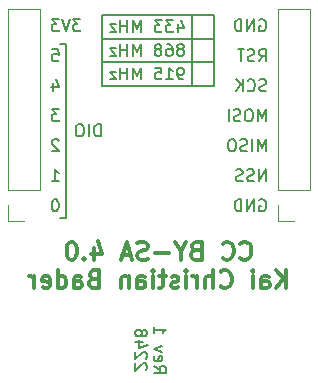
<source format=gbo>
G04 #@! TF.GenerationSoftware,KiCad,Pcbnew,6.0.7+dfsg-1build1*
G04 #@! TF.CreationDate,2022-12-04T12:15:17+01:00*
G04 #@! TF.ProjectId,rfm69w,72666d36-3977-42e6-9b69-6361645f7063,1*
G04 #@! TF.SameCoordinates,Original*
G04 #@! TF.FileFunction,Legend,Bot*
G04 #@! TF.FilePolarity,Positive*
%FSLAX46Y46*%
G04 Gerber Fmt 4.6, Leading zero omitted, Abs format (unit mm)*
G04 Created by KiCad (PCBNEW 6.0.7+dfsg-1build1) date 2022-12-04 12:15:17*
%MOMM*%
%LPD*%
G01*
G04 APERTURE LIST*
%ADD10C,0.200000*%
%ADD11C,0.150000*%
%ADD12C,0.300000*%
%ADD13C,0.120000*%
%ADD14R,1.350000X4.200000*%
%ADD15R,1.700000X1.700000*%
%ADD16O,1.700000X1.700000*%
G04 APERTURE END LIST*
D10*
X96174000Y-52115000D02*
X105699000Y-52115000D01*
X96174000Y-50115000D02*
X105699000Y-50115000D01*
X105699000Y-52115000D02*
X105699000Y-46115000D01*
X103794000Y-52115000D02*
X103794000Y-46115000D01*
X96174000Y-46115000D02*
X96174000Y-52115000D01*
D11*
X93126000Y-48559000D02*
X92618000Y-48559000D01*
X93126000Y-48559000D02*
X93126000Y-63291000D01*
X93126000Y-63291000D02*
X92618000Y-63291000D01*
D10*
X105699000Y-46115000D02*
X96174000Y-46115000D01*
X96174000Y-48115000D02*
X105699000Y-48115000D01*
X110029904Y-57647380D02*
X110029904Y-56647380D01*
X109696571Y-57361666D01*
X109363238Y-56647380D01*
X109363238Y-57647380D01*
X108887047Y-57647380D02*
X108887047Y-56647380D01*
X108458476Y-57599761D02*
X108315619Y-57647380D01*
X108077523Y-57647380D01*
X107982285Y-57599761D01*
X107934666Y-57552142D01*
X107887047Y-57456904D01*
X107887047Y-57361666D01*
X107934666Y-57266428D01*
X107982285Y-57218809D01*
X108077523Y-57171190D01*
X108268000Y-57123571D01*
X108363238Y-57075952D01*
X108410857Y-57028333D01*
X108458476Y-56933095D01*
X108458476Y-56837857D01*
X108410857Y-56742619D01*
X108363238Y-56695000D01*
X108268000Y-56647380D01*
X108029904Y-56647380D01*
X107887047Y-56695000D01*
X107268000Y-56647380D02*
X107077523Y-56647380D01*
X106982285Y-56695000D01*
X106887047Y-56790238D01*
X106839428Y-56980714D01*
X106839428Y-57314047D01*
X106887047Y-57504523D01*
X106982285Y-57599761D01*
X107077523Y-57647380D01*
X107268000Y-57647380D01*
X107363238Y-57599761D01*
X107458476Y-57504523D01*
X107506095Y-57314047D01*
X107506095Y-56980714D01*
X107458476Y-56790238D01*
X107363238Y-56695000D01*
X107268000Y-56647380D01*
D12*
X107892857Y-66683214D02*
X107964285Y-66754642D01*
X108178571Y-66826071D01*
X108321428Y-66826071D01*
X108535714Y-66754642D01*
X108678571Y-66611785D01*
X108750000Y-66468928D01*
X108821428Y-66183214D01*
X108821428Y-65968928D01*
X108750000Y-65683214D01*
X108678571Y-65540357D01*
X108535714Y-65397500D01*
X108321428Y-65326071D01*
X108178571Y-65326071D01*
X107964285Y-65397500D01*
X107892857Y-65468928D01*
X106392857Y-66683214D02*
X106464285Y-66754642D01*
X106678571Y-66826071D01*
X106821428Y-66826071D01*
X107035714Y-66754642D01*
X107178571Y-66611785D01*
X107250000Y-66468928D01*
X107321428Y-66183214D01*
X107321428Y-65968928D01*
X107250000Y-65683214D01*
X107178571Y-65540357D01*
X107035714Y-65397500D01*
X106821428Y-65326071D01*
X106678571Y-65326071D01*
X106464285Y-65397500D01*
X106392857Y-65468928D01*
X104107142Y-66040357D02*
X103892857Y-66111785D01*
X103821428Y-66183214D01*
X103750000Y-66326071D01*
X103750000Y-66540357D01*
X103821428Y-66683214D01*
X103892857Y-66754642D01*
X104035714Y-66826071D01*
X104607142Y-66826071D01*
X104607142Y-65326071D01*
X104107142Y-65326071D01*
X103964285Y-65397500D01*
X103892857Y-65468928D01*
X103821428Y-65611785D01*
X103821428Y-65754642D01*
X103892857Y-65897500D01*
X103964285Y-65968928D01*
X104107142Y-66040357D01*
X104607142Y-66040357D01*
X102821428Y-66111785D02*
X102821428Y-66826071D01*
X103321428Y-65326071D02*
X102821428Y-66111785D01*
X102321428Y-65326071D01*
X101821428Y-66254642D02*
X100678571Y-66254642D01*
X100035714Y-66754642D02*
X99821428Y-66826071D01*
X99464285Y-66826071D01*
X99321428Y-66754642D01*
X99250000Y-66683214D01*
X99178571Y-66540357D01*
X99178571Y-66397500D01*
X99250000Y-66254642D01*
X99321428Y-66183214D01*
X99464285Y-66111785D01*
X99750000Y-66040357D01*
X99892857Y-65968928D01*
X99964285Y-65897500D01*
X100035714Y-65754642D01*
X100035714Y-65611785D01*
X99964285Y-65468928D01*
X99892857Y-65397500D01*
X99750000Y-65326071D01*
X99392857Y-65326071D01*
X99178571Y-65397500D01*
X98607142Y-66397500D02*
X97892857Y-66397500D01*
X98750000Y-66826071D02*
X98250000Y-65326071D01*
X97750000Y-66826071D01*
X95464285Y-65826071D02*
X95464285Y-66826071D01*
X95821428Y-65254642D02*
X96178571Y-66326071D01*
X95250000Y-66326071D01*
X94678571Y-66683214D02*
X94607142Y-66754642D01*
X94678571Y-66826071D01*
X94750000Y-66754642D01*
X94678571Y-66683214D01*
X94678571Y-66826071D01*
X93678571Y-65326071D02*
X93535714Y-65326071D01*
X93392857Y-65397500D01*
X93321428Y-65468928D01*
X93250000Y-65611785D01*
X93178571Y-65897500D01*
X93178571Y-66254642D01*
X93250000Y-66540357D01*
X93321428Y-66683214D01*
X93392857Y-66754642D01*
X93535714Y-66826071D01*
X93678571Y-66826071D01*
X93821428Y-66754642D01*
X93892857Y-66683214D01*
X93964285Y-66540357D01*
X94035714Y-66254642D01*
X94035714Y-65897500D01*
X93964285Y-65611785D01*
X93892857Y-65468928D01*
X93821428Y-65397500D01*
X93678571Y-65326071D01*
X111785714Y-69241071D02*
X111785714Y-67741071D01*
X110928571Y-69241071D02*
X111571428Y-68383928D01*
X110928571Y-67741071D02*
X111785714Y-68598214D01*
X109642857Y-69241071D02*
X109642857Y-68455357D01*
X109714285Y-68312500D01*
X109857142Y-68241071D01*
X110142857Y-68241071D01*
X110285714Y-68312500D01*
X109642857Y-69169642D02*
X109785714Y-69241071D01*
X110142857Y-69241071D01*
X110285714Y-69169642D01*
X110357142Y-69026785D01*
X110357142Y-68883928D01*
X110285714Y-68741071D01*
X110142857Y-68669642D01*
X109785714Y-68669642D01*
X109642857Y-68598214D01*
X108928571Y-69241071D02*
X108928571Y-68241071D01*
X108928571Y-67741071D02*
X109000000Y-67812500D01*
X108928571Y-67883928D01*
X108857142Y-67812500D01*
X108928571Y-67741071D01*
X108928571Y-67883928D01*
X106214285Y-69098214D02*
X106285714Y-69169642D01*
X106500000Y-69241071D01*
X106642857Y-69241071D01*
X106857142Y-69169642D01*
X107000000Y-69026785D01*
X107071428Y-68883928D01*
X107142857Y-68598214D01*
X107142857Y-68383928D01*
X107071428Y-68098214D01*
X107000000Y-67955357D01*
X106857142Y-67812500D01*
X106642857Y-67741071D01*
X106500000Y-67741071D01*
X106285714Y-67812500D01*
X106214285Y-67883928D01*
X105571428Y-69241071D02*
X105571428Y-67741071D01*
X104928571Y-69241071D02*
X104928571Y-68455357D01*
X105000000Y-68312500D01*
X105142857Y-68241071D01*
X105357142Y-68241071D01*
X105500000Y-68312500D01*
X105571428Y-68383928D01*
X104214285Y-69241071D02*
X104214285Y-68241071D01*
X104214285Y-68526785D02*
X104142857Y-68383928D01*
X104071428Y-68312500D01*
X103928571Y-68241071D01*
X103785714Y-68241071D01*
X103285714Y-69241071D02*
X103285714Y-68241071D01*
X103285714Y-67741071D02*
X103357142Y-67812500D01*
X103285714Y-67883928D01*
X103214285Y-67812500D01*
X103285714Y-67741071D01*
X103285714Y-67883928D01*
X102642857Y-69169642D02*
X102500000Y-69241071D01*
X102214285Y-69241071D01*
X102071428Y-69169642D01*
X102000000Y-69026785D01*
X102000000Y-68955357D01*
X102071428Y-68812500D01*
X102214285Y-68741071D01*
X102428571Y-68741071D01*
X102571428Y-68669642D01*
X102642857Y-68526785D01*
X102642857Y-68455357D01*
X102571428Y-68312500D01*
X102428571Y-68241071D01*
X102214285Y-68241071D01*
X102071428Y-68312500D01*
X101571428Y-68241071D02*
X101000000Y-68241071D01*
X101357142Y-67741071D02*
X101357142Y-69026785D01*
X101285714Y-69169642D01*
X101142857Y-69241071D01*
X101000000Y-69241071D01*
X100500000Y-69241071D02*
X100500000Y-68241071D01*
X100500000Y-67741071D02*
X100571428Y-67812500D01*
X100500000Y-67883928D01*
X100428571Y-67812500D01*
X100500000Y-67741071D01*
X100500000Y-67883928D01*
X99142857Y-69241071D02*
X99142857Y-68455357D01*
X99214285Y-68312500D01*
X99357142Y-68241071D01*
X99642857Y-68241071D01*
X99785714Y-68312500D01*
X99142857Y-69169642D02*
X99285714Y-69241071D01*
X99642857Y-69241071D01*
X99785714Y-69169642D01*
X99857142Y-69026785D01*
X99857142Y-68883928D01*
X99785714Y-68741071D01*
X99642857Y-68669642D01*
X99285714Y-68669642D01*
X99142857Y-68598214D01*
X98428571Y-68241071D02*
X98428571Y-69241071D01*
X98428571Y-68383928D02*
X98357142Y-68312500D01*
X98214285Y-68241071D01*
X98000000Y-68241071D01*
X97857142Y-68312500D01*
X97785714Y-68455357D01*
X97785714Y-69241071D01*
X95428571Y-68455357D02*
X95214285Y-68526785D01*
X95142857Y-68598214D01*
X95071428Y-68741071D01*
X95071428Y-68955357D01*
X95142857Y-69098214D01*
X95214285Y-69169642D01*
X95357142Y-69241071D01*
X95928571Y-69241071D01*
X95928571Y-67741071D01*
X95428571Y-67741071D01*
X95285714Y-67812500D01*
X95214285Y-67883928D01*
X95142857Y-68026785D01*
X95142857Y-68169642D01*
X95214285Y-68312500D01*
X95285714Y-68383928D01*
X95428571Y-68455357D01*
X95928571Y-68455357D01*
X93785714Y-69241071D02*
X93785714Y-68455357D01*
X93857142Y-68312500D01*
X94000000Y-68241071D01*
X94285714Y-68241071D01*
X94428571Y-68312500D01*
X93785714Y-69169642D02*
X93928571Y-69241071D01*
X94285714Y-69241071D01*
X94428571Y-69169642D01*
X94500000Y-69026785D01*
X94500000Y-68883928D01*
X94428571Y-68741071D01*
X94285714Y-68669642D01*
X93928571Y-68669642D01*
X93785714Y-68598214D01*
X92428571Y-69241071D02*
X92428571Y-67741071D01*
X92428571Y-69169642D02*
X92571428Y-69241071D01*
X92857142Y-69241071D01*
X93000000Y-69169642D01*
X93071428Y-69098214D01*
X93142857Y-68955357D01*
X93142857Y-68526785D01*
X93071428Y-68383928D01*
X93000000Y-68312500D01*
X92857142Y-68241071D01*
X92571428Y-68241071D01*
X92428571Y-68312500D01*
X91142857Y-69169642D02*
X91285714Y-69241071D01*
X91571428Y-69241071D01*
X91714285Y-69169642D01*
X91785714Y-69026785D01*
X91785714Y-68455357D01*
X91714285Y-68312500D01*
X91571428Y-68241071D01*
X91285714Y-68241071D01*
X91142857Y-68312500D01*
X91071428Y-68455357D01*
X91071428Y-68598214D01*
X91785714Y-68741071D01*
X90428571Y-69241071D02*
X90428571Y-68241071D01*
X90428571Y-68526785D02*
X90357142Y-68383928D01*
X90285714Y-68312500D01*
X90142857Y-68241071D01*
X90000000Y-68241071D01*
D10*
X100590619Y-75824142D02*
X101066809Y-76157476D01*
X100590619Y-76395571D02*
X101590619Y-76395571D01*
X101590619Y-76014619D01*
X101543000Y-75919380D01*
X101495380Y-75871761D01*
X101400142Y-75824142D01*
X101257285Y-75824142D01*
X101162047Y-75871761D01*
X101114428Y-75919380D01*
X101066809Y-76014619D01*
X101066809Y-76395571D01*
X100638238Y-75014619D02*
X100590619Y-75109857D01*
X100590619Y-75300333D01*
X100638238Y-75395571D01*
X100733476Y-75443190D01*
X101114428Y-75443190D01*
X101209666Y-75395571D01*
X101257285Y-75300333D01*
X101257285Y-75109857D01*
X101209666Y-75014619D01*
X101114428Y-74967000D01*
X101019190Y-74967000D01*
X100923952Y-75443190D01*
X101257285Y-74633666D02*
X100590619Y-74395571D01*
X101257285Y-74157476D01*
X100590619Y-72490809D02*
X100590619Y-73062238D01*
X100590619Y-72776523D02*
X101590619Y-72776523D01*
X101447761Y-72871761D01*
X101352523Y-72967000D01*
X101304904Y-73062238D01*
X99885380Y-76181285D02*
X99933000Y-76133666D01*
X99980619Y-76038428D01*
X99980619Y-75800333D01*
X99933000Y-75705095D01*
X99885380Y-75657476D01*
X99790142Y-75609857D01*
X99694904Y-75609857D01*
X99552047Y-75657476D01*
X98980619Y-76228904D01*
X98980619Y-75609857D01*
X99885380Y-75228904D02*
X99933000Y-75181285D01*
X99980619Y-75086047D01*
X99980619Y-74847952D01*
X99933000Y-74752714D01*
X99885380Y-74705095D01*
X99790142Y-74657476D01*
X99694904Y-74657476D01*
X99552047Y-74705095D01*
X98980619Y-75276523D01*
X98980619Y-74657476D01*
X99647285Y-73800333D02*
X98980619Y-73800333D01*
X100028238Y-74038428D02*
X99313952Y-74276523D01*
X99313952Y-73657476D01*
X99552047Y-73133666D02*
X99599666Y-73228904D01*
X99647285Y-73276523D01*
X99742523Y-73324142D01*
X99790142Y-73324142D01*
X99885380Y-73276523D01*
X99933000Y-73228904D01*
X99980619Y-73133666D01*
X99980619Y-72943190D01*
X99933000Y-72847952D01*
X99885380Y-72800333D01*
X99790142Y-72752714D01*
X99742523Y-72752714D01*
X99647285Y-72800333D01*
X99599666Y-72847952D01*
X99552047Y-72943190D01*
X99552047Y-73133666D01*
X99504428Y-73228904D01*
X99456809Y-73276523D01*
X99361571Y-73324142D01*
X99171095Y-73324142D01*
X99075857Y-73276523D01*
X99028238Y-73228904D01*
X98980619Y-73133666D01*
X98980619Y-72943190D01*
X99028238Y-72847952D01*
X99075857Y-72800333D01*
X99171095Y-72752714D01*
X99361571Y-72752714D01*
X99456809Y-72800333D01*
X99504428Y-72847952D01*
X99552047Y-72943190D01*
X109458476Y-50027380D02*
X109791809Y-49551190D01*
X110029904Y-50027380D02*
X110029904Y-49027380D01*
X109648952Y-49027380D01*
X109553714Y-49075000D01*
X109506095Y-49122619D01*
X109458476Y-49217857D01*
X109458476Y-49360714D01*
X109506095Y-49455952D01*
X109553714Y-49503571D01*
X109648952Y-49551190D01*
X110029904Y-49551190D01*
X109077523Y-49979761D02*
X108934666Y-50027380D01*
X108696571Y-50027380D01*
X108601333Y-49979761D01*
X108553714Y-49932142D01*
X108506095Y-49836904D01*
X108506095Y-49741666D01*
X108553714Y-49646428D01*
X108601333Y-49598809D01*
X108696571Y-49551190D01*
X108887047Y-49503571D01*
X108982285Y-49455952D01*
X109029904Y-49408333D01*
X109077523Y-49313095D01*
X109077523Y-49217857D01*
X109029904Y-49122619D01*
X108982285Y-49075000D01*
X108887047Y-49027380D01*
X108648952Y-49027380D01*
X108506095Y-49075000D01*
X108220380Y-49027380D02*
X107648952Y-49027380D01*
X107934666Y-50027380D02*
X107934666Y-49027380D01*
X110029904Y-60187380D02*
X110029904Y-59187380D01*
X109458476Y-60187380D01*
X109458476Y-59187380D01*
X109029904Y-60139761D02*
X108887047Y-60187380D01*
X108648952Y-60187380D01*
X108553714Y-60139761D01*
X108506095Y-60092142D01*
X108458476Y-59996904D01*
X108458476Y-59901666D01*
X108506095Y-59806428D01*
X108553714Y-59758809D01*
X108648952Y-59711190D01*
X108839428Y-59663571D01*
X108934666Y-59615952D01*
X108982285Y-59568333D01*
X109029904Y-59473095D01*
X109029904Y-59377857D01*
X108982285Y-59282619D01*
X108934666Y-59235000D01*
X108839428Y-59187380D01*
X108601333Y-59187380D01*
X108458476Y-59235000D01*
X108077523Y-60139761D02*
X107934666Y-60187380D01*
X107696571Y-60187380D01*
X107601333Y-60139761D01*
X107553714Y-60092142D01*
X107506095Y-59996904D01*
X107506095Y-59901666D01*
X107553714Y-59806428D01*
X107601333Y-59758809D01*
X107696571Y-59711190D01*
X107887047Y-59663571D01*
X107982285Y-59615952D01*
X108029904Y-59568333D01*
X108077523Y-59473095D01*
X108077523Y-59377857D01*
X108029904Y-59282619D01*
X107982285Y-59235000D01*
X107887047Y-59187380D01*
X107648952Y-59187380D01*
X107506095Y-59235000D01*
X92493904Y-56742619D02*
X92446285Y-56695000D01*
X92351047Y-56647380D01*
X92112952Y-56647380D01*
X92017714Y-56695000D01*
X91970095Y-56742619D01*
X91922476Y-56837857D01*
X91922476Y-56933095D01*
X91970095Y-57075952D01*
X92541523Y-57647380D01*
X91922476Y-57647380D01*
X92541523Y-54107380D02*
X91922476Y-54107380D01*
X92255809Y-54488333D01*
X92112952Y-54488333D01*
X92017714Y-54535952D01*
X91970095Y-54583571D01*
X91922476Y-54678809D01*
X91922476Y-54916904D01*
X91970095Y-55012142D01*
X92017714Y-55059761D01*
X92112952Y-55107380D01*
X92398666Y-55107380D01*
X92493904Y-55059761D01*
X92541523Y-55012142D01*
X94351047Y-46487380D02*
X93732000Y-46487380D01*
X94065333Y-46868333D01*
X93922476Y-46868333D01*
X93827238Y-46915952D01*
X93779619Y-46963571D01*
X93732000Y-47058809D01*
X93732000Y-47296904D01*
X93779619Y-47392142D01*
X93827238Y-47439761D01*
X93922476Y-47487380D01*
X94208190Y-47487380D01*
X94303428Y-47439761D01*
X94351047Y-47392142D01*
X93446285Y-46487380D02*
X93112952Y-47487380D01*
X92779619Y-46487380D01*
X92541523Y-46487380D02*
X91922476Y-46487380D01*
X92255809Y-46868333D01*
X92112952Y-46868333D01*
X92017714Y-46915952D01*
X91970095Y-46963571D01*
X91922476Y-47058809D01*
X91922476Y-47296904D01*
X91970095Y-47392142D01*
X92017714Y-47439761D01*
X92112952Y-47487380D01*
X92398666Y-47487380D01*
X92493904Y-47439761D01*
X92541523Y-47392142D01*
X96049714Y-56377380D02*
X96049714Y-55377380D01*
X95811619Y-55377380D01*
X95668761Y-55425000D01*
X95573523Y-55520238D01*
X95525904Y-55615476D01*
X95478285Y-55805952D01*
X95478285Y-55948809D01*
X95525904Y-56139285D01*
X95573523Y-56234523D01*
X95668761Y-56329761D01*
X95811619Y-56377380D01*
X96049714Y-56377380D01*
X95049714Y-56377380D02*
X95049714Y-55377380D01*
X94383047Y-55377380D02*
X94192571Y-55377380D01*
X94097333Y-55425000D01*
X94002095Y-55520238D01*
X93954476Y-55710714D01*
X93954476Y-56044047D01*
X94002095Y-56234523D01*
X94097333Y-56329761D01*
X94192571Y-56377380D01*
X94383047Y-56377380D01*
X94478285Y-56329761D01*
X94573523Y-56234523D01*
X94621142Y-56044047D01*
X94621142Y-55710714D01*
X94573523Y-55520238D01*
X94478285Y-55425000D01*
X94383047Y-55377380D01*
X91922476Y-60187380D02*
X92493904Y-60187380D01*
X92208190Y-60187380D02*
X92208190Y-59187380D01*
X92303428Y-59330238D01*
X92398666Y-59425476D01*
X92493904Y-59473095D01*
X102626857Y-46900714D02*
X102626857Y-47567380D01*
X102864952Y-46519761D02*
X103103047Y-47234047D01*
X102484000Y-47234047D01*
X102198285Y-46567380D02*
X101579238Y-46567380D01*
X101912571Y-46948333D01*
X101769714Y-46948333D01*
X101674476Y-46995952D01*
X101626857Y-47043571D01*
X101579238Y-47138809D01*
X101579238Y-47376904D01*
X101626857Y-47472142D01*
X101674476Y-47519761D01*
X101769714Y-47567380D01*
X102055428Y-47567380D01*
X102150666Y-47519761D01*
X102198285Y-47472142D01*
X101245904Y-46567380D02*
X100626857Y-46567380D01*
X100960190Y-46948333D01*
X100817333Y-46948333D01*
X100722095Y-46995952D01*
X100674476Y-47043571D01*
X100626857Y-47138809D01*
X100626857Y-47376904D01*
X100674476Y-47472142D01*
X100722095Y-47519761D01*
X100817333Y-47567380D01*
X101103047Y-47567380D01*
X101198285Y-47519761D01*
X101245904Y-47472142D01*
X99436380Y-47567380D02*
X99436380Y-46567380D01*
X99103047Y-47281666D01*
X98769714Y-46567380D01*
X98769714Y-47567380D01*
X98293523Y-47567380D02*
X98293523Y-46567380D01*
X98293523Y-47043571D02*
X97722095Y-47043571D01*
X97722095Y-47567380D02*
X97722095Y-46567380D01*
X97341142Y-46900714D02*
X96817333Y-46900714D01*
X97341142Y-47567380D01*
X96817333Y-47567380D01*
X91970095Y-49027380D02*
X92446285Y-49027380D01*
X92493904Y-49503571D01*
X92446285Y-49455952D01*
X92351047Y-49408333D01*
X92112952Y-49408333D01*
X92017714Y-49455952D01*
X91970095Y-49503571D01*
X91922476Y-49598809D01*
X91922476Y-49836904D01*
X91970095Y-49932142D01*
X92017714Y-49979761D01*
X92112952Y-50027380D01*
X92351047Y-50027380D01*
X92446285Y-49979761D01*
X92493904Y-49932142D01*
X92255809Y-61727380D02*
X92160571Y-61727380D01*
X92065333Y-61775000D01*
X92017714Y-61822619D01*
X91970095Y-61917857D01*
X91922476Y-62108333D01*
X91922476Y-62346428D01*
X91970095Y-62536904D01*
X92017714Y-62632142D01*
X92065333Y-62679761D01*
X92160571Y-62727380D01*
X92255809Y-62727380D01*
X92351047Y-62679761D01*
X92398666Y-62632142D01*
X92446285Y-62536904D01*
X92493904Y-62346428D01*
X92493904Y-62108333D01*
X92446285Y-61917857D01*
X92398666Y-61822619D01*
X92351047Y-61775000D01*
X92255809Y-61727380D01*
X110029904Y-55107380D02*
X110029904Y-54107380D01*
X109696571Y-54821666D01*
X109363238Y-54107380D01*
X109363238Y-55107380D01*
X108696571Y-54107380D02*
X108506095Y-54107380D01*
X108410857Y-54155000D01*
X108315619Y-54250238D01*
X108268000Y-54440714D01*
X108268000Y-54774047D01*
X108315619Y-54964523D01*
X108410857Y-55059761D01*
X108506095Y-55107380D01*
X108696571Y-55107380D01*
X108791809Y-55059761D01*
X108887047Y-54964523D01*
X108934666Y-54774047D01*
X108934666Y-54440714D01*
X108887047Y-54250238D01*
X108791809Y-54155000D01*
X108696571Y-54107380D01*
X107887047Y-55059761D02*
X107744190Y-55107380D01*
X107506095Y-55107380D01*
X107410857Y-55059761D01*
X107363238Y-55012142D01*
X107315619Y-54916904D01*
X107315619Y-54821666D01*
X107363238Y-54726428D01*
X107410857Y-54678809D01*
X107506095Y-54631190D01*
X107696571Y-54583571D01*
X107791809Y-54535952D01*
X107839428Y-54488333D01*
X107887047Y-54393095D01*
X107887047Y-54297857D01*
X107839428Y-54202619D01*
X107791809Y-54155000D01*
X107696571Y-54107380D01*
X107458476Y-54107380D01*
X107315619Y-54155000D01*
X106887047Y-55107380D02*
X106887047Y-54107380D01*
X110077523Y-52519761D02*
X109934666Y-52567380D01*
X109696571Y-52567380D01*
X109601333Y-52519761D01*
X109553714Y-52472142D01*
X109506095Y-52376904D01*
X109506095Y-52281666D01*
X109553714Y-52186428D01*
X109601333Y-52138809D01*
X109696571Y-52091190D01*
X109887047Y-52043571D01*
X109982285Y-51995952D01*
X110029904Y-51948333D01*
X110077523Y-51853095D01*
X110077523Y-51757857D01*
X110029904Y-51662619D01*
X109982285Y-51615000D01*
X109887047Y-51567380D01*
X109648952Y-51567380D01*
X109506095Y-51615000D01*
X108506095Y-52472142D02*
X108553714Y-52519761D01*
X108696571Y-52567380D01*
X108791809Y-52567380D01*
X108934666Y-52519761D01*
X109029904Y-52424523D01*
X109077523Y-52329285D01*
X109125142Y-52138809D01*
X109125142Y-51995952D01*
X109077523Y-51805476D01*
X109029904Y-51710238D01*
X108934666Y-51615000D01*
X108791809Y-51567380D01*
X108696571Y-51567380D01*
X108553714Y-51615000D01*
X108506095Y-51662619D01*
X108077523Y-52567380D02*
X108077523Y-51567380D01*
X107506095Y-52567380D02*
X107934666Y-51995952D01*
X107506095Y-51567380D02*
X108077523Y-52138809D01*
X92017714Y-51900714D02*
X92017714Y-52567380D01*
X92255809Y-51519761D02*
X92493904Y-52234047D01*
X91874857Y-52234047D01*
X109506095Y-61775000D02*
X109601333Y-61727380D01*
X109744190Y-61727380D01*
X109887047Y-61775000D01*
X109982285Y-61870238D01*
X110029904Y-61965476D01*
X110077523Y-62155952D01*
X110077523Y-62298809D01*
X110029904Y-62489285D01*
X109982285Y-62584523D01*
X109887047Y-62679761D01*
X109744190Y-62727380D01*
X109648952Y-62727380D01*
X109506095Y-62679761D01*
X109458476Y-62632142D01*
X109458476Y-62298809D01*
X109648952Y-62298809D01*
X109029904Y-62727380D02*
X109029904Y-61727380D01*
X108458476Y-62727380D01*
X108458476Y-61727380D01*
X107982285Y-62727380D02*
X107982285Y-61727380D01*
X107744190Y-61727380D01*
X107601333Y-61775000D01*
X107506095Y-61870238D01*
X107458476Y-61965476D01*
X107410857Y-62155952D01*
X107410857Y-62298809D01*
X107458476Y-62489285D01*
X107506095Y-62584523D01*
X107601333Y-62679761D01*
X107744190Y-62727380D01*
X107982285Y-62727380D01*
X109506095Y-46535000D02*
X109601333Y-46487380D01*
X109744190Y-46487380D01*
X109887047Y-46535000D01*
X109982285Y-46630238D01*
X110029904Y-46725476D01*
X110077523Y-46915952D01*
X110077523Y-47058809D01*
X110029904Y-47249285D01*
X109982285Y-47344523D01*
X109887047Y-47439761D01*
X109744190Y-47487380D01*
X109648952Y-47487380D01*
X109506095Y-47439761D01*
X109458476Y-47392142D01*
X109458476Y-47058809D01*
X109648952Y-47058809D01*
X109029904Y-47487380D02*
X109029904Y-46487380D01*
X108458476Y-47487380D01*
X108458476Y-46487380D01*
X107982285Y-47487380D02*
X107982285Y-46487380D01*
X107744190Y-46487380D01*
X107601333Y-46535000D01*
X107506095Y-46630238D01*
X107458476Y-46725476D01*
X107410857Y-46915952D01*
X107410857Y-47058809D01*
X107458476Y-47249285D01*
X107506095Y-47344523D01*
X107601333Y-47439761D01*
X107744190Y-47487380D01*
X107982285Y-47487380D01*
X103007809Y-51567380D02*
X102817333Y-51567380D01*
X102722095Y-51519761D01*
X102674476Y-51472142D01*
X102579238Y-51329285D01*
X102531619Y-51138809D01*
X102531619Y-50757857D01*
X102579238Y-50662619D01*
X102626857Y-50615000D01*
X102722095Y-50567380D01*
X102912571Y-50567380D01*
X103007809Y-50615000D01*
X103055428Y-50662619D01*
X103103047Y-50757857D01*
X103103047Y-50995952D01*
X103055428Y-51091190D01*
X103007809Y-51138809D01*
X102912571Y-51186428D01*
X102722095Y-51186428D01*
X102626857Y-51138809D01*
X102579238Y-51091190D01*
X102531619Y-50995952D01*
X101579238Y-51567380D02*
X102150666Y-51567380D01*
X101864952Y-51567380D02*
X101864952Y-50567380D01*
X101960190Y-50710238D01*
X102055428Y-50805476D01*
X102150666Y-50853095D01*
X100674476Y-50567380D02*
X101150666Y-50567380D01*
X101198285Y-51043571D01*
X101150666Y-50995952D01*
X101055428Y-50948333D01*
X100817333Y-50948333D01*
X100722095Y-50995952D01*
X100674476Y-51043571D01*
X100626857Y-51138809D01*
X100626857Y-51376904D01*
X100674476Y-51472142D01*
X100722095Y-51519761D01*
X100817333Y-51567380D01*
X101055428Y-51567380D01*
X101150666Y-51519761D01*
X101198285Y-51472142D01*
X99436380Y-51567380D02*
X99436380Y-50567380D01*
X99103047Y-51281666D01*
X98769714Y-50567380D01*
X98769714Y-51567380D01*
X98293523Y-51567380D02*
X98293523Y-50567380D01*
X98293523Y-51043571D02*
X97722095Y-51043571D01*
X97722095Y-51567380D02*
X97722095Y-50567380D01*
X97341142Y-50900714D02*
X96817333Y-50900714D01*
X97341142Y-51567380D01*
X96817333Y-51567380D01*
X102912571Y-48995952D02*
X103007809Y-48948333D01*
X103055428Y-48900714D01*
X103103047Y-48805476D01*
X103103047Y-48757857D01*
X103055428Y-48662619D01*
X103007809Y-48615000D01*
X102912571Y-48567380D01*
X102722095Y-48567380D01*
X102626857Y-48615000D01*
X102579238Y-48662619D01*
X102531619Y-48757857D01*
X102531619Y-48805476D01*
X102579238Y-48900714D01*
X102626857Y-48948333D01*
X102722095Y-48995952D01*
X102912571Y-48995952D01*
X103007809Y-49043571D01*
X103055428Y-49091190D01*
X103103047Y-49186428D01*
X103103047Y-49376904D01*
X103055428Y-49472142D01*
X103007809Y-49519761D01*
X102912571Y-49567380D01*
X102722095Y-49567380D01*
X102626857Y-49519761D01*
X102579238Y-49472142D01*
X102531619Y-49376904D01*
X102531619Y-49186428D01*
X102579238Y-49091190D01*
X102626857Y-49043571D01*
X102722095Y-48995952D01*
X101674476Y-48567380D02*
X101864952Y-48567380D01*
X101960190Y-48615000D01*
X102007809Y-48662619D01*
X102103047Y-48805476D01*
X102150666Y-48995952D01*
X102150666Y-49376904D01*
X102103047Y-49472142D01*
X102055428Y-49519761D01*
X101960190Y-49567380D01*
X101769714Y-49567380D01*
X101674476Y-49519761D01*
X101626857Y-49472142D01*
X101579238Y-49376904D01*
X101579238Y-49138809D01*
X101626857Y-49043571D01*
X101674476Y-48995952D01*
X101769714Y-48948333D01*
X101960190Y-48948333D01*
X102055428Y-48995952D01*
X102103047Y-49043571D01*
X102150666Y-49138809D01*
X101007809Y-48995952D02*
X101103047Y-48948333D01*
X101150666Y-48900714D01*
X101198285Y-48805476D01*
X101198285Y-48757857D01*
X101150666Y-48662619D01*
X101103047Y-48615000D01*
X101007809Y-48567380D01*
X100817333Y-48567380D01*
X100722095Y-48615000D01*
X100674476Y-48662619D01*
X100626857Y-48757857D01*
X100626857Y-48805476D01*
X100674476Y-48900714D01*
X100722095Y-48948333D01*
X100817333Y-48995952D01*
X101007809Y-48995952D01*
X101103047Y-49043571D01*
X101150666Y-49091190D01*
X101198285Y-49186428D01*
X101198285Y-49376904D01*
X101150666Y-49472142D01*
X101103047Y-49519761D01*
X101007809Y-49567380D01*
X100817333Y-49567380D01*
X100722095Y-49519761D01*
X100674476Y-49472142D01*
X100626857Y-49376904D01*
X100626857Y-49186428D01*
X100674476Y-49091190D01*
X100722095Y-49043571D01*
X100817333Y-48995952D01*
X99436380Y-49567380D02*
X99436380Y-48567380D01*
X99103047Y-49281666D01*
X98769714Y-48567380D01*
X98769714Y-49567380D01*
X98293523Y-49567380D02*
X98293523Y-48567380D01*
X98293523Y-49043571D02*
X97722095Y-49043571D01*
X97722095Y-49567380D02*
X97722095Y-48567380D01*
X97341142Y-48900714D02*
X96817333Y-48900714D01*
X97341142Y-49567380D01*
X96817333Y-49567380D01*
D13*
X111100000Y-62215000D02*
X111100000Y-63545000D01*
X113760000Y-60945000D02*
X113760000Y-45645000D01*
X111100000Y-60945000D02*
X113760000Y-60945000D01*
X111100000Y-45645000D02*
X113760000Y-45645000D01*
X111100000Y-63545000D02*
X112430000Y-63545000D01*
X111100000Y-60945000D02*
X111100000Y-45645000D01*
X88240000Y-60945000D02*
X88240000Y-45645000D01*
X88240000Y-63545000D02*
X89570000Y-63545000D01*
X88240000Y-45645000D02*
X90900000Y-45645000D01*
X90900000Y-60945000D02*
X90900000Y-45645000D01*
X88240000Y-62215000D02*
X88240000Y-63545000D01*
X88240000Y-60945000D02*
X90900000Y-60945000D01*
%LPC*%
D14*
X103190000Y-74950000D03*
X97540000Y-74950000D03*
D15*
X112430000Y-62215000D03*
D16*
X112430000Y-59675000D03*
X112430000Y-57135000D03*
X112430000Y-54595000D03*
X112430000Y-52055000D03*
X112430000Y-49515000D03*
X112430000Y-46975000D03*
D15*
X89570000Y-62215000D03*
D16*
X89570000Y-59675000D03*
X89570000Y-57135000D03*
X89570000Y-54595000D03*
X89570000Y-52055000D03*
X89570000Y-49515000D03*
X89570000Y-46975000D03*
M02*

</source>
